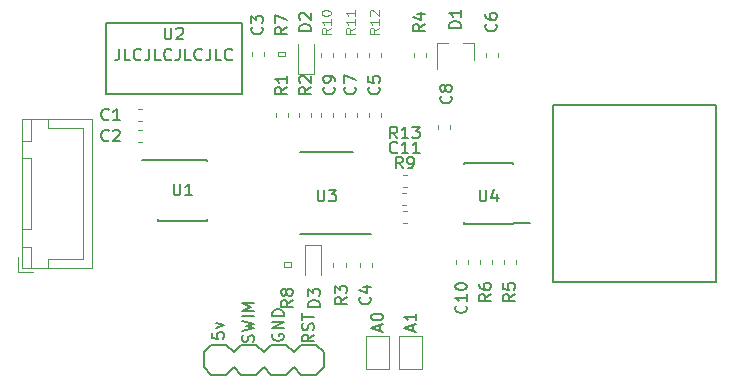
<source format=gbr>
G04 #@! TF.GenerationSoftware,KiCad,Pcbnew,(5.0.1)-3*
G04 #@! TF.CreationDate,2019-12-29T13:00:18-05:00*
G04 #@! TF.ProjectId,ml-ph-board,6D6C2D70682D626F6172642E6B696361,rev?*
G04 #@! TF.SameCoordinates,Original*
G04 #@! TF.FileFunction,Legend,Top*
G04 #@! TF.FilePolarity,Positive*
%FSLAX46Y46*%
G04 Gerber Fmt 4.6, Leading zero omitted, Abs format (unit mm)*
G04 Created by KiCad (PCBNEW (5.0.1)-3) date 12/29/2019 1:00:18 PM*
%MOMM*%
%LPD*%
G01*
G04 APERTURE LIST*
%ADD10C,0.150000*%
%ADD11C,0.127000*%
%ADD12C,0.120000*%
%ADD13C,0.203200*%
%ADD14C,0.066040*%
%ADD15C,0.100000*%
G04 APERTURE END LIST*
D10*
X112728952Y-89622380D02*
X112728952Y-90336666D01*
X112681333Y-90479523D01*
X112586095Y-90574761D01*
X112443238Y-90622380D01*
X112348000Y-90622380D01*
X113681333Y-90622380D02*
X113205142Y-90622380D01*
X113205142Y-89622380D01*
X114586095Y-90527142D02*
X114538476Y-90574761D01*
X114395619Y-90622380D01*
X114300380Y-90622380D01*
X114157523Y-90574761D01*
X114062285Y-90479523D01*
X114014666Y-90384285D01*
X113967047Y-90193809D01*
X113967047Y-90050952D01*
X114014666Y-89860476D01*
X114062285Y-89765238D01*
X114157523Y-89670000D01*
X114300380Y-89622380D01*
X114395619Y-89622380D01*
X114538476Y-89670000D01*
X114586095Y-89717619D01*
X115300380Y-89622380D02*
X115300380Y-90336666D01*
X115252761Y-90479523D01*
X115157523Y-90574761D01*
X115014666Y-90622380D01*
X114919428Y-90622380D01*
X116252761Y-90622380D02*
X115776571Y-90622380D01*
X115776571Y-89622380D01*
X117157523Y-90527142D02*
X117109904Y-90574761D01*
X116967047Y-90622380D01*
X116871809Y-90622380D01*
X116728952Y-90574761D01*
X116633714Y-90479523D01*
X116586095Y-90384285D01*
X116538476Y-90193809D01*
X116538476Y-90050952D01*
X116586095Y-89860476D01*
X116633714Y-89765238D01*
X116728952Y-89670000D01*
X116871809Y-89622380D01*
X116967047Y-89622380D01*
X117109904Y-89670000D01*
X117157523Y-89717619D01*
X117871809Y-89622380D02*
X117871809Y-90336666D01*
X117824190Y-90479523D01*
X117728952Y-90574761D01*
X117586095Y-90622380D01*
X117490857Y-90622380D01*
X118824190Y-90622380D02*
X118348000Y-90622380D01*
X118348000Y-89622380D01*
X119728952Y-90527142D02*
X119681333Y-90574761D01*
X119538476Y-90622380D01*
X119443238Y-90622380D01*
X119300380Y-90574761D01*
X119205142Y-90479523D01*
X119157523Y-90384285D01*
X119109904Y-90193809D01*
X119109904Y-90050952D01*
X119157523Y-89860476D01*
X119205142Y-89765238D01*
X119300380Y-89670000D01*
X119443238Y-89622380D01*
X119538476Y-89622380D01*
X119681333Y-89670000D01*
X119728952Y-89717619D01*
X120443238Y-89622380D02*
X120443238Y-90336666D01*
X120395619Y-90479523D01*
X120300380Y-90574761D01*
X120157523Y-90622380D01*
X120062285Y-90622380D01*
X121395619Y-90622380D02*
X120919428Y-90622380D01*
X120919428Y-89622380D01*
X122300380Y-90527142D02*
X122252761Y-90574761D01*
X122109904Y-90622380D01*
X122014666Y-90622380D01*
X121871809Y-90574761D01*
X121776571Y-90479523D01*
X121728952Y-90384285D01*
X121681333Y-90193809D01*
X121681333Y-90050952D01*
X121728952Y-89860476D01*
X121776571Y-89765238D01*
X121871809Y-89670000D01*
X122014666Y-89622380D01*
X122109904Y-89622380D01*
X122252761Y-89670000D01*
X122300380Y-89717619D01*
X137580666Y-113490285D02*
X137580666Y-113014095D01*
X137866380Y-113585523D02*
X136866380Y-113252190D01*
X137866380Y-112918857D01*
X137866380Y-112061714D02*
X137866380Y-112633142D01*
X137866380Y-112347428D02*
X136866380Y-112347428D01*
X137009238Y-112442666D01*
X137104476Y-112537904D01*
X137152095Y-112633142D01*
X134786666Y-113490285D02*
X134786666Y-113014095D01*
X135072380Y-113585523D02*
X134072380Y-113252190D01*
X135072380Y-112918857D01*
X134072380Y-112395047D02*
X134072380Y-112299809D01*
X134120000Y-112204571D01*
X134167619Y-112156952D01*
X134262857Y-112109333D01*
X134453333Y-112061714D01*
X134691428Y-112061714D01*
X134881904Y-112109333D01*
X134977142Y-112156952D01*
X135024761Y-112204571D01*
X135072380Y-112299809D01*
X135072380Y-112395047D01*
X135024761Y-112490285D01*
X134977142Y-112537904D01*
X134881904Y-112585523D01*
X134691428Y-112633142D01*
X134453333Y-112633142D01*
X134262857Y-112585523D01*
X134167619Y-112537904D01*
X134120000Y-112490285D01*
X134072380Y-112395047D01*
X129230380Y-113831619D02*
X128754190Y-114164952D01*
X129230380Y-114403047D02*
X128230380Y-114403047D01*
X128230380Y-114022095D01*
X128278000Y-113926857D01*
X128325619Y-113879238D01*
X128420857Y-113831619D01*
X128563714Y-113831619D01*
X128658952Y-113879238D01*
X128706571Y-113926857D01*
X128754190Y-114022095D01*
X128754190Y-114403047D01*
X129182761Y-113450666D02*
X129230380Y-113307809D01*
X129230380Y-113069714D01*
X129182761Y-112974476D01*
X129135142Y-112926857D01*
X129039904Y-112879238D01*
X128944666Y-112879238D01*
X128849428Y-112926857D01*
X128801809Y-112974476D01*
X128754190Y-113069714D01*
X128706571Y-113260190D01*
X128658952Y-113355428D01*
X128611333Y-113403047D01*
X128516095Y-113450666D01*
X128420857Y-113450666D01*
X128325619Y-113403047D01*
X128278000Y-113355428D01*
X128230380Y-113260190D01*
X128230380Y-113022095D01*
X128278000Y-112879238D01*
X128230380Y-112593523D02*
X128230380Y-112022095D01*
X129230380Y-112307809D02*
X128230380Y-112307809D01*
X120610380Y-113680857D02*
X120610380Y-114157047D01*
X121086571Y-114204666D01*
X121038952Y-114157047D01*
X120991333Y-114061809D01*
X120991333Y-113823714D01*
X121038952Y-113728476D01*
X121086571Y-113680857D01*
X121181809Y-113633238D01*
X121419904Y-113633238D01*
X121515142Y-113680857D01*
X121562761Y-113728476D01*
X121610380Y-113823714D01*
X121610380Y-114061809D01*
X121562761Y-114157047D01*
X121515142Y-114204666D01*
X120943714Y-113299904D02*
X121610380Y-113061809D01*
X120943714Y-112823714D01*
X125738000Y-113791904D02*
X125690380Y-113887142D01*
X125690380Y-114030000D01*
X125738000Y-114172857D01*
X125833238Y-114268095D01*
X125928476Y-114315714D01*
X126118952Y-114363333D01*
X126261809Y-114363333D01*
X126452285Y-114315714D01*
X126547523Y-114268095D01*
X126642761Y-114172857D01*
X126690380Y-114030000D01*
X126690380Y-113934761D01*
X126642761Y-113791904D01*
X126595142Y-113744285D01*
X126261809Y-113744285D01*
X126261809Y-113934761D01*
X126690380Y-113315714D02*
X125690380Y-113315714D01*
X126690380Y-112744285D01*
X125690380Y-112744285D01*
X126690380Y-112268095D02*
X125690380Y-112268095D01*
X125690380Y-112030000D01*
X125738000Y-111887142D01*
X125833238Y-111791904D01*
X125928476Y-111744285D01*
X126118952Y-111696666D01*
X126261809Y-111696666D01*
X126452285Y-111744285D01*
X126547523Y-111791904D01*
X126642761Y-111887142D01*
X126690380Y-112030000D01*
X126690380Y-112268095D01*
X124102761Y-114442666D02*
X124150380Y-114299809D01*
X124150380Y-114061714D01*
X124102761Y-113966476D01*
X124055142Y-113918857D01*
X123959904Y-113871238D01*
X123864666Y-113871238D01*
X123769428Y-113918857D01*
X123721809Y-113966476D01*
X123674190Y-114061714D01*
X123626571Y-114252190D01*
X123578952Y-114347428D01*
X123531333Y-114395047D01*
X123436095Y-114442666D01*
X123340857Y-114442666D01*
X123245619Y-114395047D01*
X123198000Y-114347428D01*
X123150380Y-114252190D01*
X123150380Y-114014095D01*
X123198000Y-113871238D01*
X123150380Y-113537904D02*
X124150380Y-113299809D01*
X123436095Y-113109333D01*
X124150380Y-112918857D01*
X123150380Y-112680761D01*
X124150380Y-112299809D02*
X123150380Y-112299809D01*
X124150380Y-111823619D02*
X123150380Y-111823619D01*
X123864666Y-111490285D01*
X123150380Y-111156952D01*
X124150380Y-111156952D01*
G04 #@! TO.C,U4*
X146093000Y-104429000D02*
X146093000Y-104379000D01*
X141943000Y-104429000D02*
X141943000Y-104284000D01*
X141943000Y-99279000D02*
X141943000Y-99424000D01*
X146093000Y-99279000D02*
X146093000Y-99424000D01*
X146093000Y-104429000D02*
X141943000Y-104429000D01*
X146093000Y-99279000D02*
X141943000Y-99279000D01*
X146093000Y-104379000D02*
X147493000Y-104379000D01*
D11*
G04 #@! TO.C,J3*
X149428200Y-94361000D02*
X149428200Y-109347000D01*
X149428200Y-109347000D02*
X163271200Y-109347000D01*
X163271200Y-109347000D02*
X163271200Y-94361000D01*
X163271200Y-94361000D02*
X149428200Y-94361000D01*
D12*
G04 #@! TO.C,J1*
X104474000Y-108224000D02*
X110444000Y-108224000D01*
X110444000Y-108224000D02*
X110444000Y-95604000D01*
X110444000Y-95604000D02*
X104474000Y-95604000D01*
X104474000Y-95604000D02*
X104474000Y-108224000D01*
X104484000Y-104914000D02*
X105234000Y-104914000D01*
X105234000Y-104914000D02*
X105234000Y-98914000D01*
X105234000Y-98914000D02*
X104484000Y-98914000D01*
X104484000Y-98914000D02*
X104484000Y-104914000D01*
X104484000Y-108214000D02*
X105234000Y-108214000D01*
X105234000Y-108214000D02*
X105234000Y-106414000D01*
X105234000Y-106414000D02*
X104484000Y-106414000D01*
X104484000Y-106414000D02*
X104484000Y-108214000D01*
X104484000Y-97414000D02*
X105234000Y-97414000D01*
X105234000Y-97414000D02*
X105234000Y-95614000D01*
X105234000Y-95614000D02*
X104484000Y-95614000D01*
X104484000Y-95614000D02*
X104484000Y-97414000D01*
X106734000Y-108214000D02*
X106734000Y-107464000D01*
X106734000Y-107464000D02*
X109684000Y-107464000D01*
X109684000Y-107464000D02*
X109684000Y-101914000D01*
X106734000Y-95614000D02*
X106734000Y-96364000D01*
X106734000Y-96364000D02*
X109684000Y-96364000D01*
X109684000Y-96364000D02*
X109684000Y-101914000D01*
X104184000Y-107264000D02*
X104184000Y-108514000D01*
X104184000Y-108514000D02*
X105434000Y-108514000D01*
G04 #@! TO.C,C1*
X114691279Y-94740000D02*
X114365721Y-94740000D01*
X114691279Y-95760000D02*
X114365721Y-95760000D01*
G04 #@! TO.C,C2*
X114691279Y-97538000D02*
X114365721Y-97538000D01*
X114691279Y-96518000D02*
X114365721Y-96518000D01*
G04 #@! TO.C,C3*
X124970000Y-90246419D02*
X124970000Y-89920861D01*
X123950000Y-90246419D02*
X123950000Y-89920861D01*
G04 #@! TO.C,C4*
X134114000Y-107761721D02*
X134114000Y-108087279D01*
X133094000Y-107761721D02*
X133094000Y-108087279D01*
G04 #@! TO.C,C5*
X133856000Y-95387279D02*
X133856000Y-95061721D01*
X134876000Y-95387279D02*
X134876000Y-95061721D01*
G04 #@! TO.C,C6*
X143762000Y-90298779D02*
X143762000Y-89973221D01*
X144782000Y-90298779D02*
X144782000Y-89973221D01*
G04 #@! TO.C,C7*
X132844000Y-95387279D02*
X132844000Y-95061721D01*
X131824000Y-95387279D02*
X131824000Y-95061721D01*
G04 #@! TO.C,C8*
X140718000Y-96403279D02*
X140718000Y-96077721D01*
X139698000Y-96403279D02*
X139698000Y-96077721D01*
G04 #@! TO.C,C9*
X129855500Y-95387279D02*
X129855500Y-95061721D01*
X130875500Y-95387279D02*
X130875500Y-95061721D01*
G04 #@! TO.C,D1*
X142804000Y-89156000D02*
X141874000Y-89156000D01*
X139644000Y-89156000D02*
X140574000Y-89156000D01*
X139644000Y-89156000D02*
X139644000Y-91316000D01*
X142804000Y-89156000D02*
X142804000Y-90616000D01*
D13*
G04 #@! TO.C,J2*
X130048000Y-115316000D02*
X130048000Y-116586000D01*
X121793000Y-117221000D02*
X120523000Y-117221000D01*
X119888000Y-116586000D02*
X120523000Y-117221000D01*
X120523000Y-114681000D02*
X119888000Y-115316000D01*
X119888000Y-115316000D02*
X119888000Y-116586000D01*
X123063000Y-117221000D02*
X122428000Y-116586000D01*
X124333000Y-117221000D02*
X123063000Y-117221000D01*
X124968000Y-116586000D02*
X124333000Y-117221000D01*
X124333000Y-114681000D02*
X124968000Y-115316000D01*
X123063000Y-114681000D02*
X124333000Y-114681000D01*
X122428000Y-115316000D02*
X123063000Y-114681000D01*
X122428000Y-116586000D02*
X121793000Y-117221000D01*
X121793000Y-114681000D02*
X122428000Y-115316000D01*
X120523000Y-114681000D02*
X121793000Y-114681000D01*
X129413000Y-117221000D02*
X128143000Y-117221000D01*
X127508000Y-116586000D02*
X128143000Y-117221000D01*
X128143000Y-114681000D02*
X127508000Y-115316000D01*
X125603000Y-117221000D02*
X124968000Y-116586000D01*
X126873000Y-117221000D02*
X125603000Y-117221000D01*
X127508000Y-116586000D02*
X126873000Y-117221000D01*
X126873000Y-114681000D02*
X127508000Y-115316000D01*
X125603000Y-114681000D02*
X126873000Y-114681000D01*
X124968000Y-115316000D02*
X125603000Y-114681000D01*
X130048000Y-116586000D02*
X129413000Y-117221000D01*
X129413000Y-114681000D02*
X130048000Y-115316000D01*
X128143000Y-114681000D02*
X129413000Y-114681000D01*
D12*
G04 #@! TO.C,R1*
X125982000Y-95061721D02*
X125982000Y-95387279D01*
X127002000Y-95061721D02*
X127002000Y-95387279D01*
G04 #@! TO.C,R2*
X128970500Y-95061721D02*
X128970500Y-95387279D01*
X127950500Y-95061721D02*
X127950500Y-95387279D01*
G04 #@! TO.C,R3*
X130875632Y-108087279D02*
X130875632Y-107761721D01*
X131895632Y-108087279D02*
X131895632Y-107761721D01*
G04 #@! TO.C,R4*
X138686000Y-90298779D02*
X138686000Y-89973221D01*
X137666000Y-90298779D02*
X137666000Y-89973221D01*
G04 #@! TO.C,R5*
X146306000Y-107884279D02*
X146306000Y-107558721D01*
X145286000Y-107884279D02*
X145286000Y-107558721D01*
G04 #@! TO.C,R6*
X144274000Y-107558721D02*
X144274000Y-107884279D01*
X143254000Y-107558721D02*
X143254000Y-107884279D01*
D10*
G04 #@! TO.C,U1*
X116035000Y-99025000D02*
X116035000Y-99075000D01*
X120185000Y-99025000D02*
X120185000Y-99170000D01*
X120185000Y-104175000D02*
X120185000Y-104030000D01*
X116035000Y-104175000D02*
X116035000Y-104030000D01*
X116035000Y-99025000D02*
X120185000Y-99025000D01*
X116035000Y-104175000D02*
X120185000Y-104175000D01*
X116035000Y-99075000D02*
X114635000Y-99075000D01*
G04 #@! TO.C,U2*
X111618000Y-93492000D02*
X123118000Y-93492000D01*
X111618000Y-93492000D02*
X111618000Y-87492000D01*
X111618000Y-87492000D02*
X123118000Y-87492000D01*
X123118000Y-93492000D02*
X123118000Y-87492000D01*
G04 #@! TO.C,U3*
X132527000Y-98404000D02*
X128077000Y-98404000D01*
X134052000Y-105304000D02*
X128077000Y-105304000D01*
D12*
G04 #@! TO.C,D2*
X129209000Y-91748640D02*
X129209000Y-89263640D01*
X127839000Y-91748640D02*
X129209000Y-91748640D01*
X127839000Y-89263640D02*
X127839000Y-91748640D01*
G04 #@! TO.C,D3*
X129862266Y-108744500D02*
X129862266Y-106259500D01*
X129862266Y-106259500D02*
X128492266Y-106259500D01*
X128492266Y-106259500D02*
X128492266Y-108744500D01*
D14*
G04 #@! TO.C,R7*
X126796720Y-90281760D02*
X126796720Y-89885520D01*
X126796720Y-89885520D02*
X126197280Y-89885520D01*
X126197280Y-90281760D02*
X126197280Y-89885520D01*
X126796720Y-90281760D02*
X126197280Y-90281760D01*
G04 #@! TO.C,R8*
X127299720Y-108122620D02*
X126700280Y-108122620D01*
X126700280Y-108122620D02*
X126700280Y-107726380D01*
X127299720Y-107726380D02*
X126700280Y-107726380D01*
X127299720Y-108122620D02*
X127299720Y-107726380D01*
D12*
G04 #@! TO.C,JP1*
X135620000Y-113953000D02*
X135620000Y-116753000D01*
X135620000Y-116753000D02*
X133620000Y-116753000D01*
X133620000Y-116753000D02*
X133620000Y-113953000D01*
X133620000Y-113953000D02*
X135620000Y-113953000D01*
G04 #@! TO.C,JP2*
X136414000Y-113953000D02*
X138414000Y-113953000D01*
X136414000Y-116753000D02*
X136414000Y-113953000D01*
X138414000Y-116753000D02*
X136414000Y-116753000D01*
X138414000Y-113953000D02*
X138414000Y-116753000D01*
G04 #@! TO.C,R9*
X136743221Y-103376000D02*
X137068779Y-103376000D01*
X136743221Y-104396000D02*
X137068779Y-104396000D01*
G04 #@! TO.C,C10*
X142242000Y-107533221D02*
X142242000Y-107858779D01*
X141222000Y-107533221D02*
X141222000Y-107858779D01*
G04 #@! TO.C,R10*
X130812000Y-90007221D02*
X130812000Y-90332779D01*
X129792000Y-90007221D02*
X129792000Y-90332779D01*
G04 #@! TO.C,R11*
X131824000Y-89981721D02*
X131824000Y-90307279D01*
X132844000Y-89981721D02*
X132844000Y-90307279D01*
G04 #@! TO.C,R12*
X134876000Y-89981721D02*
X134876000Y-90307279D01*
X133856000Y-89981721D02*
X133856000Y-90307279D01*
G04 #@! TO.C,C11*
X137043279Y-102872000D02*
X136717721Y-102872000D01*
X137043279Y-101852000D02*
X136717721Y-101852000D01*
G04 #@! TO.C,R13*
X136743221Y-100328000D02*
X137068779Y-100328000D01*
X136743221Y-101348000D02*
X137068779Y-101348000D01*
G04 #@! TO.C,U4*
D10*
X143256095Y-101560380D02*
X143256095Y-102369904D01*
X143303714Y-102465142D01*
X143351333Y-102512761D01*
X143446571Y-102560380D01*
X143637047Y-102560380D01*
X143732285Y-102512761D01*
X143779904Y-102465142D01*
X143827523Y-102369904D01*
X143827523Y-101560380D01*
X144732285Y-101893714D02*
X144732285Y-102560380D01*
X144494190Y-101512761D02*
X144256095Y-102227047D01*
X144875142Y-102227047D01*
G04 #@! TO.C,C1*
X111847333Y-95607142D02*
X111799714Y-95654761D01*
X111656857Y-95702380D01*
X111561619Y-95702380D01*
X111418761Y-95654761D01*
X111323523Y-95559523D01*
X111275904Y-95464285D01*
X111228285Y-95273809D01*
X111228285Y-95130952D01*
X111275904Y-94940476D01*
X111323523Y-94845238D01*
X111418761Y-94750000D01*
X111561619Y-94702380D01*
X111656857Y-94702380D01*
X111799714Y-94750000D01*
X111847333Y-94797619D01*
X112799714Y-95702380D02*
X112228285Y-95702380D01*
X112514000Y-95702380D02*
X112514000Y-94702380D01*
X112418761Y-94845238D01*
X112323523Y-94940476D01*
X112228285Y-94988095D01*
G04 #@! TO.C,C2*
X111847333Y-97385142D02*
X111799714Y-97432761D01*
X111656857Y-97480380D01*
X111561619Y-97480380D01*
X111418761Y-97432761D01*
X111323523Y-97337523D01*
X111275904Y-97242285D01*
X111228285Y-97051809D01*
X111228285Y-96908952D01*
X111275904Y-96718476D01*
X111323523Y-96623238D01*
X111418761Y-96528000D01*
X111561619Y-96480380D01*
X111656857Y-96480380D01*
X111799714Y-96528000D01*
X111847333Y-96575619D01*
X112228285Y-96575619D02*
X112275904Y-96528000D01*
X112371142Y-96480380D01*
X112609238Y-96480380D01*
X112704476Y-96528000D01*
X112752095Y-96575619D01*
X112799714Y-96670857D01*
X112799714Y-96766095D01*
X112752095Y-96908952D01*
X112180666Y-97480380D01*
X112799714Y-97480380D01*
G04 #@! TO.C,C3*
X124817142Y-87796666D02*
X124864761Y-87844285D01*
X124912380Y-87987142D01*
X124912380Y-88082380D01*
X124864761Y-88225238D01*
X124769523Y-88320476D01*
X124674285Y-88368095D01*
X124483809Y-88415714D01*
X124340952Y-88415714D01*
X124150476Y-88368095D01*
X124055238Y-88320476D01*
X123960000Y-88225238D01*
X123912380Y-88082380D01*
X123912380Y-87987142D01*
X123960000Y-87844285D01*
X124007619Y-87796666D01*
X123912380Y-87463333D02*
X123912380Y-86844285D01*
X124293333Y-87177619D01*
X124293333Y-87034761D01*
X124340952Y-86939523D01*
X124388571Y-86891904D01*
X124483809Y-86844285D01*
X124721904Y-86844285D01*
X124817142Y-86891904D01*
X124864761Y-86939523D01*
X124912380Y-87034761D01*
X124912380Y-87320476D01*
X124864761Y-87415714D01*
X124817142Y-87463333D01*
G04 #@! TO.C,C4*
X133961142Y-110656666D02*
X134008761Y-110704285D01*
X134056380Y-110847142D01*
X134056380Y-110942380D01*
X134008761Y-111085238D01*
X133913523Y-111180476D01*
X133818285Y-111228095D01*
X133627809Y-111275714D01*
X133484952Y-111275714D01*
X133294476Y-111228095D01*
X133199238Y-111180476D01*
X133104000Y-111085238D01*
X133056380Y-110942380D01*
X133056380Y-110847142D01*
X133104000Y-110704285D01*
X133151619Y-110656666D01*
X133389714Y-109799523D02*
X134056380Y-109799523D01*
X133008761Y-110037619D02*
X133723047Y-110275714D01*
X133723047Y-109656666D01*
G04 #@! TO.C,C5*
X134723142Y-92876666D02*
X134770761Y-92924285D01*
X134818380Y-93067142D01*
X134818380Y-93162380D01*
X134770761Y-93305238D01*
X134675523Y-93400476D01*
X134580285Y-93448095D01*
X134389809Y-93495714D01*
X134246952Y-93495714D01*
X134056476Y-93448095D01*
X133961238Y-93400476D01*
X133866000Y-93305238D01*
X133818380Y-93162380D01*
X133818380Y-93067142D01*
X133866000Y-92924285D01*
X133913619Y-92876666D01*
X133818380Y-91971904D02*
X133818380Y-92448095D01*
X134294571Y-92495714D01*
X134246952Y-92448095D01*
X134199333Y-92352857D01*
X134199333Y-92114761D01*
X134246952Y-92019523D01*
X134294571Y-91971904D01*
X134389809Y-91924285D01*
X134627904Y-91924285D01*
X134723142Y-91971904D01*
X134770761Y-92019523D01*
X134818380Y-92114761D01*
X134818380Y-92352857D01*
X134770761Y-92448095D01*
X134723142Y-92495714D01*
G04 #@! TO.C,C6*
X144629142Y-87542666D02*
X144676761Y-87590285D01*
X144724380Y-87733142D01*
X144724380Y-87828380D01*
X144676761Y-87971238D01*
X144581523Y-88066476D01*
X144486285Y-88114095D01*
X144295809Y-88161714D01*
X144152952Y-88161714D01*
X143962476Y-88114095D01*
X143867238Y-88066476D01*
X143772000Y-87971238D01*
X143724380Y-87828380D01*
X143724380Y-87733142D01*
X143772000Y-87590285D01*
X143819619Y-87542666D01*
X143724380Y-86685523D02*
X143724380Y-86876000D01*
X143772000Y-86971238D01*
X143819619Y-87018857D01*
X143962476Y-87114095D01*
X144152952Y-87161714D01*
X144533904Y-87161714D01*
X144629142Y-87114095D01*
X144676761Y-87066476D01*
X144724380Y-86971238D01*
X144724380Y-86780761D01*
X144676761Y-86685523D01*
X144629142Y-86637904D01*
X144533904Y-86590285D01*
X144295809Y-86590285D01*
X144200571Y-86637904D01*
X144152952Y-86685523D01*
X144105333Y-86780761D01*
X144105333Y-86971238D01*
X144152952Y-87066476D01*
X144200571Y-87114095D01*
X144295809Y-87161714D01*
G04 #@! TO.C,C7*
X132691142Y-92876666D02*
X132738761Y-92924285D01*
X132786380Y-93067142D01*
X132786380Y-93162380D01*
X132738761Y-93305238D01*
X132643523Y-93400476D01*
X132548285Y-93448095D01*
X132357809Y-93495714D01*
X132214952Y-93495714D01*
X132024476Y-93448095D01*
X131929238Y-93400476D01*
X131834000Y-93305238D01*
X131786380Y-93162380D01*
X131786380Y-93067142D01*
X131834000Y-92924285D01*
X131881619Y-92876666D01*
X131786380Y-92543333D02*
X131786380Y-91876666D01*
X132786380Y-92305238D01*
G04 #@! TO.C,C8*
X140819142Y-93638666D02*
X140866761Y-93686285D01*
X140914380Y-93829142D01*
X140914380Y-93924380D01*
X140866761Y-94067238D01*
X140771523Y-94162476D01*
X140676285Y-94210095D01*
X140485809Y-94257714D01*
X140342952Y-94257714D01*
X140152476Y-94210095D01*
X140057238Y-94162476D01*
X139962000Y-94067238D01*
X139914380Y-93924380D01*
X139914380Y-93829142D01*
X139962000Y-93686285D01*
X140009619Y-93638666D01*
X140342952Y-93067238D02*
X140295333Y-93162476D01*
X140247714Y-93210095D01*
X140152476Y-93257714D01*
X140104857Y-93257714D01*
X140009619Y-93210095D01*
X139962000Y-93162476D01*
X139914380Y-93067238D01*
X139914380Y-92876761D01*
X139962000Y-92781523D01*
X140009619Y-92733904D01*
X140104857Y-92686285D01*
X140152476Y-92686285D01*
X140247714Y-92733904D01*
X140295333Y-92781523D01*
X140342952Y-92876761D01*
X140342952Y-93067238D01*
X140390571Y-93162476D01*
X140438190Y-93210095D01*
X140533428Y-93257714D01*
X140723904Y-93257714D01*
X140819142Y-93210095D01*
X140866761Y-93162476D01*
X140914380Y-93067238D01*
X140914380Y-92876761D01*
X140866761Y-92781523D01*
X140819142Y-92733904D01*
X140723904Y-92686285D01*
X140533428Y-92686285D01*
X140438190Y-92733904D01*
X140390571Y-92781523D01*
X140342952Y-92876761D01*
G04 #@! TO.C,C9*
X130913142Y-92876666D02*
X130960761Y-92924285D01*
X131008380Y-93067142D01*
X131008380Y-93162380D01*
X130960761Y-93305238D01*
X130865523Y-93400476D01*
X130770285Y-93448095D01*
X130579809Y-93495714D01*
X130436952Y-93495714D01*
X130246476Y-93448095D01*
X130151238Y-93400476D01*
X130056000Y-93305238D01*
X130008380Y-93162380D01*
X130008380Y-93067142D01*
X130056000Y-92924285D01*
X130103619Y-92876666D01*
X131008380Y-92400476D02*
X131008380Y-92210000D01*
X130960761Y-92114761D01*
X130913142Y-92067142D01*
X130770285Y-91971904D01*
X130579809Y-91924285D01*
X130198857Y-91924285D01*
X130103619Y-91971904D01*
X130056000Y-92019523D01*
X130008380Y-92114761D01*
X130008380Y-92305238D01*
X130056000Y-92400476D01*
X130103619Y-92448095D01*
X130198857Y-92495714D01*
X130436952Y-92495714D01*
X130532190Y-92448095D01*
X130579809Y-92400476D01*
X130627428Y-92305238D01*
X130627428Y-92114761D01*
X130579809Y-92019523D01*
X130532190Y-91971904D01*
X130436952Y-91924285D01*
G04 #@! TO.C,D1*
X141676380Y-87860095D02*
X140676380Y-87860095D01*
X140676380Y-87622000D01*
X140724000Y-87479142D01*
X140819238Y-87383904D01*
X140914476Y-87336285D01*
X141104952Y-87288666D01*
X141247809Y-87288666D01*
X141438285Y-87336285D01*
X141533523Y-87383904D01*
X141628761Y-87479142D01*
X141676380Y-87622000D01*
X141676380Y-87860095D01*
X141676380Y-86336285D02*
X141676380Y-86907714D01*
X141676380Y-86622000D02*
X140676380Y-86622000D01*
X140819238Y-86717238D01*
X140914476Y-86812476D01*
X140962095Y-86907714D01*
G04 #@! TO.C,R1*
X126944380Y-92876666D02*
X126468190Y-93210000D01*
X126944380Y-93448095D02*
X125944380Y-93448095D01*
X125944380Y-93067142D01*
X125992000Y-92971904D01*
X126039619Y-92924285D01*
X126134857Y-92876666D01*
X126277714Y-92876666D01*
X126372952Y-92924285D01*
X126420571Y-92971904D01*
X126468190Y-93067142D01*
X126468190Y-93448095D01*
X126944380Y-91924285D02*
X126944380Y-92495714D01*
X126944380Y-92210000D02*
X125944380Y-92210000D01*
X126087238Y-92305238D01*
X126182476Y-92400476D01*
X126230095Y-92495714D01*
G04 #@! TO.C,R2*
X128976380Y-92876666D02*
X128500190Y-93210000D01*
X128976380Y-93448095D02*
X127976380Y-93448095D01*
X127976380Y-93067142D01*
X128024000Y-92971904D01*
X128071619Y-92924285D01*
X128166857Y-92876666D01*
X128309714Y-92876666D01*
X128404952Y-92924285D01*
X128452571Y-92971904D01*
X128500190Y-93067142D01*
X128500190Y-93448095D01*
X128071619Y-92495714D02*
X128024000Y-92448095D01*
X127976380Y-92352857D01*
X127976380Y-92114761D01*
X128024000Y-92019523D01*
X128071619Y-91971904D01*
X128166857Y-91924285D01*
X128262095Y-91924285D01*
X128404952Y-91971904D01*
X128976380Y-92543333D01*
X128976380Y-91924285D01*
G04 #@! TO.C,R3*
X132024380Y-110656666D02*
X131548190Y-110990000D01*
X132024380Y-111228095D02*
X131024380Y-111228095D01*
X131024380Y-110847142D01*
X131072000Y-110751904D01*
X131119619Y-110704285D01*
X131214857Y-110656666D01*
X131357714Y-110656666D01*
X131452952Y-110704285D01*
X131500571Y-110751904D01*
X131548190Y-110847142D01*
X131548190Y-111228095D01*
X131024380Y-110323333D02*
X131024380Y-109704285D01*
X131405333Y-110037619D01*
X131405333Y-109894761D01*
X131452952Y-109799523D01*
X131500571Y-109751904D01*
X131595809Y-109704285D01*
X131833904Y-109704285D01*
X131929142Y-109751904D01*
X131976761Y-109799523D01*
X132024380Y-109894761D01*
X132024380Y-110180476D01*
X131976761Y-110275714D01*
X131929142Y-110323333D01*
G04 #@! TO.C,R4*
X138628380Y-87542666D02*
X138152190Y-87876000D01*
X138628380Y-88114095D02*
X137628380Y-88114095D01*
X137628380Y-87733142D01*
X137676000Y-87637904D01*
X137723619Y-87590285D01*
X137818857Y-87542666D01*
X137961714Y-87542666D01*
X138056952Y-87590285D01*
X138104571Y-87637904D01*
X138152190Y-87733142D01*
X138152190Y-88114095D01*
X137961714Y-86685523D02*
X138628380Y-86685523D01*
X137580761Y-86923619D02*
X138295047Y-87161714D01*
X138295047Y-86542666D01*
G04 #@! TO.C,R5*
X146248380Y-110402666D02*
X145772190Y-110736000D01*
X146248380Y-110974095D02*
X145248380Y-110974095D01*
X145248380Y-110593142D01*
X145296000Y-110497904D01*
X145343619Y-110450285D01*
X145438857Y-110402666D01*
X145581714Y-110402666D01*
X145676952Y-110450285D01*
X145724571Y-110497904D01*
X145772190Y-110593142D01*
X145772190Y-110974095D01*
X145248380Y-109497904D02*
X145248380Y-109974095D01*
X145724571Y-110021714D01*
X145676952Y-109974095D01*
X145629333Y-109878857D01*
X145629333Y-109640761D01*
X145676952Y-109545523D01*
X145724571Y-109497904D01*
X145819809Y-109450285D01*
X146057904Y-109450285D01*
X146153142Y-109497904D01*
X146200761Y-109545523D01*
X146248380Y-109640761D01*
X146248380Y-109878857D01*
X146200761Y-109974095D01*
X146153142Y-110021714D01*
G04 #@! TO.C,R6*
X144216380Y-110402666D02*
X143740190Y-110736000D01*
X144216380Y-110974095D02*
X143216380Y-110974095D01*
X143216380Y-110593142D01*
X143264000Y-110497904D01*
X143311619Y-110450285D01*
X143406857Y-110402666D01*
X143549714Y-110402666D01*
X143644952Y-110450285D01*
X143692571Y-110497904D01*
X143740190Y-110593142D01*
X143740190Y-110974095D01*
X143216380Y-109545523D02*
X143216380Y-109736000D01*
X143264000Y-109831238D01*
X143311619Y-109878857D01*
X143454476Y-109974095D01*
X143644952Y-110021714D01*
X144025904Y-110021714D01*
X144121142Y-109974095D01*
X144168761Y-109926476D01*
X144216380Y-109831238D01*
X144216380Y-109640761D01*
X144168761Y-109545523D01*
X144121142Y-109497904D01*
X144025904Y-109450285D01*
X143787809Y-109450285D01*
X143692571Y-109497904D01*
X143644952Y-109545523D01*
X143597333Y-109640761D01*
X143597333Y-109831238D01*
X143644952Y-109926476D01*
X143692571Y-109974095D01*
X143787809Y-110021714D01*
G04 #@! TO.C,U1*
X117348095Y-101052380D02*
X117348095Y-101861904D01*
X117395714Y-101957142D01*
X117443333Y-102004761D01*
X117538571Y-102052380D01*
X117729047Y-102052380D01*
X117824285Y-102004761D01*
X117871904Y-101957142D01*
X117919523Y-101861904D01*
X117919523Y-101052380D01*
X118919523Y-102052380D02*
X118348095Y-102052380D01*
X118633809Y-102052380D02*
X118633809Y-101052380D01*
X118538571Y-101195238D01*
X118443333Y-101290476D01*
X118348095Y-101338095D01*
G04 #@! TO.C,U2*
X116586095Y-87844380D02*
X116586095Y-88653904D01*
X116633714Y-88749142D01*
X116681333Y-88796761D01*
X116776571Y-88844380D01*
X116967047Y-88844380D01*
X117062285Y-88796761D01*
X117109904Y-88749142D01*
X117157523Y-88653904D01*
X117157523Y-87844380D01*
X117586095Y-87939619D02*
X117633714Y-87892000D01*
X117728952Y-87844380D01*
X117967047Y-87844380D01*
X118062285Y-87892000D01*
X118109904Y-87939619D01*
X118157523Y-88034857D01*
X118157523Y-88130095D01*
X118109904Y-88272952D01*
X117538476Y-88844380D01*
X118157523Y-88844380D01*
G04 #@! TO.C,U3*
X129540095Y-101560380D02*
X129540095Y-102369904D01*
X129587714Y-102465142D01*
X129635333Y-102512761D01*
X129730571Y-102560380D01*
X129921047Y-102560380D01*
X130016285Y-102512761D01*
X130063904Y-102465142D01*
X130111523Y-102369904D01*
X130111523Y-101560380D01*
X130492476Y-101560380D02*
X131111523Y-101560380D01*
X130778190Y-101941333D01*
X130921047Y-101941333D01*
X131016285Y-101988952D01*
X131063904Y-102036571D01*
X131111523Y-102131809D01*
X131111523Y-102369904D01*
X131063904Y-102465142D01*
X131016285Y-102512761D01*
X130921047Y-102560380D01*
X130635333Y-102560380D01*
X130540095Y-102512761D01*
X130492476Y-102465142D01*
G04 #@! TO.C,D2*
X128976380Y-88114095D02*
X127976380Y-88114095D01*
X127976380Y-87876000D01*
X128024000Y-87733142D01*
X128119238Y-87637904D01*
X128214476Y-87590285D01*
X128404952Y-87542666D01*
X128547809Y-87542666D01*
X128738285Y-87590285D01*
X128833523Y-87637904D01*
X128928761Y-87733142D01*
X128976380Y-87876000D01*
X128976380Y-88114095D01*
X128071619Y-87161714D02*
X128024000Y-87114095D01*
X127976380Y-87018857D01*
X127976380Y-86780761D01*
X128024000Y-86685523D01*
X128071619Y-86637904D01*
X128166857Y-86590285D01*
X128262095Y-86590285D01*
X128404952Y-86637904D01*
X128976380Y-87209333D01*
X128976380Y-86590285D01*
G04 #@! TO.C,D3*
X129738380Y-111482095D02*
X128738380Y-111482095D01*
X128738380Y-111244000D01*
X128786000Y-111101142D01*
X128881238Y-111005904D01*
X128976476Y-110958285D01*
X129166952Y-110910666D01*
X129309809Y-110910666D01*
X129500285Y-110958285D01*
X129595523Y-111005904D01*
X129690761Y-111101142D01*
X129738380Y-111244000D01*
X129738380Y-111482095D01*
X128738380Y-110577333D02*
X128738380Y-109958285D01*
X129119333Y-110291619D01*
X129119333Y-110148761D01*
X129166952Y-110053523D01*
X129214571Y-110005904D01*
X129309809Y-109958285D01*
X129547904Y-109958285D01*
X129643142Y-110005904D01*
X129690761Y-110053523D01*
X129738380Y-110148761D01*
X129738380Y-110434476D01*
X129690761Y-110529714D01*
X129643142Y-110577333D01*
G04 #@! TO.C,R7*
X126944380Y-87796666D02*
X126468190Y-88130000D01*
X126944380Y-88368095D02*
X125944380Y-88368095D01*
X125944380Y-87987142D01*
X125992000Y-87891904D01*
X126039619Y-87844285D01*
X126134857Y-87796666D01*
X126277714Y-87796666D01*
X126372952Y-87844285D01*
X126420571Y-87891904D01*
X126468190Y-87987142D01*
X126468190Y-88368095D01*
X125944380Y-87463333D02*
X125944380Y-86796666D01*
X126944380Y-87225238D01*
G04 #@! TO.C,R8*
X127452380Y-110910666D02*
X126976190Y-111244000D01*
X127452380Y-111482095D02*
X126452380Y-111482095D01*
X126452380Y-111101142D01*
X126500000Y-111005904D01*
X126547619Y-110958285D01*
X126642857Y-110910666D01*
X126785714Y-110910666D01*
X126880952Y-110958285D01*
X126928571Y-111005904D01*
X126976190Y-111101142D01*
X126976190Y-111482095D01*
X126880952Y-110339238D02*
X126833333Y-110434476D01*
X126785714Y-110482095D01*
X126690476Y-110529714D01*
X126642857Y-110529714D01*
X126547619Y-110482095D01*
X126500000Y-110434476D01*
X126452380Y-110339238D01*
X126452380Y-110148761D01*
X126500000Y-110053523D01*
X126547619Y-110005904D01*
X126642857Y-109958285D01*
X126690476Y-109958285D01*
X126785714Y-110005904D01*
X126833333Y-110053523D01*
X126880952Y-110148761D01*
X126880952Y-110339238D01*
X126928571Y-110434476D01*
X126976190Y-110482095D01*
X127071428Y-110529714D01*
X127261904Y-110529714D01*
X127357142Y-110482095D01*
X127404761Y-110434476D01*
X127452380Y-110339238D01*
X127452380Y-110148761D01*
X127404761Y-110053523D01*
X127357142Y-110005904D01*
X127261904Y-109958285D01*
X127071428Y-109958285D01*
X126976190Y-110005904D01*
X126928571Y-110053523D01*
X126880952Y-110148761D01*
G04 #@! TO.C,R9*
X136739333Y-99766380D02*
X136406000Y-99290190D01*
X136167904Y-99766380D02*
X136167904Y-98766380D01*
X136548857Y-98766380D01*
X136644095Y-98814000D01*
X136691714Y-98861619D01*
X136739333Y-98956857D01*
X136739333Y-99099714D01*
X136691714Y-99194952D01*
X136644095Y-99242571D01*
X136548857Y-99290190D01*
X136167904Y-99290190D01*
X137215523Y-99766380D02*
X137406000Y-99766380D01*
X137501238Y-99718761D01*
X137548857Y-99671142D01*
X137644095Y-99528285D01*
X137691714Y-99337809D01*
X137691714Y-98956857D01*
X137644095Y-98861619D01*
X137596476Y-98814000D01*
X137501238Y-98766380D01*
X137310761Y-98766380D01*
X137215523Y-98814000D01*
X137167904Y-98861619D01*
X137120285Y-98956857D01*
X137120285Y-99194952D01*
X137167904Y-99290190D01*
X137215523Y-99337809D01*
X137310761Y-99385428D01*
X137501238Y-99385428D01*
X137596476Y-99337809D01*
X137644095Y-99290190D01*
X137691714Y-99194952D01*
G04 #@! TO.C,C10*
X142089142Y-111386857D02*
X142136761Y-111434476D01*
X142184380Y-111577333D01*
X142184380Y-111672571D01*
X142136761Y-111815428D01*
X142041523Y-111910666D01*
X141946285Y-111958285D01*
X141755809Y-112005904D01*
X141612952Y-112005904D01*
X141422476Y-111958285D01*
X141327238Y-111910666D01*
X141232000Y-111815428D01*
X141184380Y-111672571D01*
X141184380Y-111577333D01*
X141232000Y-111434476D01*
X141279619Y-111386857D01*
X142184380Y-110434476D02*
X142184380Y-111005904D01*
X142184380Y-110720190D02*
X141184380Y-110720190D01*
X141327238Y-110815428D01*
X141422476Y-110910666D01*
X141470095Y-111005904D01*
X141184380Y-109815428D02*
X141184380Y-109720190D01*
X141232000Y-109624952D01*
X141279619Y-109577333D01*
X141374857Y-109529714D01*
X141565333Y-109482095D01*
X141803428Y-109482095D01*
X141993904Y-109529714D01*
X142089142Y-109577333D01*
X142136761Y-109624952D01*
X142184380Y-109720190D01*
X142184380Y-109815428D01*
X142136761Y-109910666D01*
X142089142Y-109958285D01*
X141993904Y-110005904D01*
X141803428Y-110053523D01*
X141565333Y-110053523D01*
X141374857Y-110005904D01*
X141279619Y-109958285D01*
X141232000Y-109910666D01*
X141184380Y-109815428D01*
G04 #@! TO.C,R10*
D15*
X130663904Y-87890285D02*
X130282952Y-88156952D01*
X130663904Y-88347428D02*
X129863904Y-88347428D01*
X129863904Y-88042666D01*
X129902000Y-87966476D01*
X129940095Y-87928380D01*
X130016285Y-87890285D01*
X130130571Y-87890285D01*
X130206761Y-87928380D01*
X130244857Y-87966476D01*
X130282952Y-88042666D01*
X130282952Y-88347428D01*
X130663904Y-87128380D02*
X130663904Y-87585523D01*
X130663904Y-87356952D02*
X129863904Y-87356952D01*
X129978190Y-87433142D01*
X130054380Y-87509333D01*
X130092476Y-87585523D01*
X129863904Y-86633142D02*
X129863904Y-86556952D01*
X129902000Y-86480761D01*
X129940095Y-86442666D01*
X130016285Y-86404571D01*
X130168666Y-86366476D01*
X130359142Y-86366476D01*
X130511523Y-86404571D01*
X130587714Y-86442666D01*
X130625809Y-86480761D01*
X130663904Y-86556952D01*
X130663904Y-86633142D01*
X130625809Y-86709333D01*
X130587714Y-86747428D01*
X130511523Y-86785523D01*
X130359142Y-86823619D01*
X130168666Y-86823619D01*
X130016285Y-86785523D01*
X129940095Y-86747428D01*
X129902000Y-86709333D01*
X129863904Y-86633142D01*
G04 #@! TO.C,R11*
X132695904Y-87890285D02*
X132314952Y-88156952D01*
X132695904Y-88347428D02*
X131895904Y-88347428D01*
X131895904Y-88042666D01*
X131934000Y-87966476D01*
X131972095Y-87928380D01*
X132048285Y-87890285D01*
X132162571Y-87890285D01*
X132238761Y-87928380D01*
X132276857Y-87966476D01*
X132314952Y-88042666D01*
X132314952Y-88347428D01*
X132695904Y-87128380D02*
X132695904Y-87585523D01*
X132695904Y-87356952D02*
X131895904Y-87356952D01*
X132010190Y-87433142D01*
X132086380Y-87509333D01*
X132124476Y-87585523D01*
X132695904Y-86366476D02*
X132695904Y-86823619D01*
X132695904Y-86595047D02*
X131895904Y-86595047D01*
X132010190Y-86671238D01*
X132086380Y-86747428D01*
X132124476Y-86823619D01*
G04 #@! TO.C,R12*
X134727904Y-87890285D02*
X134346952Y-88156952D01*
X134727904Y-88347428D02*
X133927904Y-88347428D01*
X133927904Y-88042666D01*
X133966000Y-87966476D01*
X134004095Y-87928380D01*
X134080285Y-87890285D01*
X134194571Y-87890285D01*
X134270761Y-87928380D01*
X134308857Y-87966476D01*
X134346952Y-88042666D01*
X134346952Y-88347428D01*
X134727904Y-87128380D02*
X134727904Y-87585523D01*
X134727904Y-87356952D02*
X133927904Y-87356952D01*
X134042190Y-87433142D01*
X134118380Y-87509333D01*
X134156476Y-87585523D01*
X134004095Y-86823619D02*
X133966000Y-86785523D01*
X133927904Y-86709333D01*
X133927904Y-86518857D01*
X133966000Y-86442666D01*
X134004095Y-86404571D01*
X134080285Y-86366476D01*
X134156476Y-86366476D01*
X134270761Y-86404571D01*
X134727904Y-86861714D01*
X134727904Y-86366476D01*
G04 #@! TO.C,C11*
D10*
X136263142Y-98401142D02*
X136215523Y-98448761D01*
X136072666Y-98496380D01*
X135977428Y-98496380D01*
X135834571Y-98448761D01*
X135739333Y-98353523D01*
X135691714Y-98258285D01*
X135644095Y-98067809D01*
X135644095Y-97924952D01*
X135691714Y-97734476D01*
X135739333Y-97639238D01*
X135834571Y-97544000D01*
X135977428Y-97496380D01*
X136072666Y-97496380D01*
X136215523Y-97544000D01*
X136263142Y-97591619D01*
X137215523Y-98496380D02*
X136644095Y-98496380D01*
X136929809Y-98496380D02*
X136929809Y-97496380D01*
X136834571Y-97639238D01*
X136739333Y-97734476D01*
X136644095Y-97782095D01*
X138167904Y-98496380D02*
X137596476Y-98496380D01*
X137882190Y-98496380D02*
X137882190Y-97496380D01*
X137786952Y-97639238D01*
X137691714Y-97734476D01*
X137596476Y-97782095D01*
G04 #@! TO.C,R13*
X136263142Y-97226380D02*
X135929809Y-96750190D01*
X135691714Y-97226380D02*
X135691714Y-96226380D01*
X136072666Y-96226380D01*
X136167904Y-96274000D01*
X136215523Y-96321619D01*
X136263142Y-96416857D01*
X136263142Y-96559714D01*
X136215523Y-96654952D01*
X136167904Y-96702571D01*
X136072666Y-96750190D01*
X135691714Y-96750190D01*
X137215523Y-97226380D02*
X136644095Y-97226380D01*
X136929809Y-97226380D02*
X136929809Y-96226380D01*
X136834571Y-96369238D01*
X136739333Y-96464476D01*
X136644095Y-96512095D01*
X137548857Y-96226380D02*
X138167904Y-96226380D01*
X137834571Y-96607333D01*
X137977428Y-96607333D01*
X138072666Y-96654952D01*
X138120285Y-96702571D01*
X138167904Y-96797809D01*
X138167904Y-97035904D01*
X138120285Y-97131142D01*
X138072666Y-97178761D01*
X137977428Y-97226380D01*
X137691714Y-97226380D01*
X137596476Y-97178761D01*
X137548857Y-97131142D01*
G04 #@! TD*
M02*

</source>
